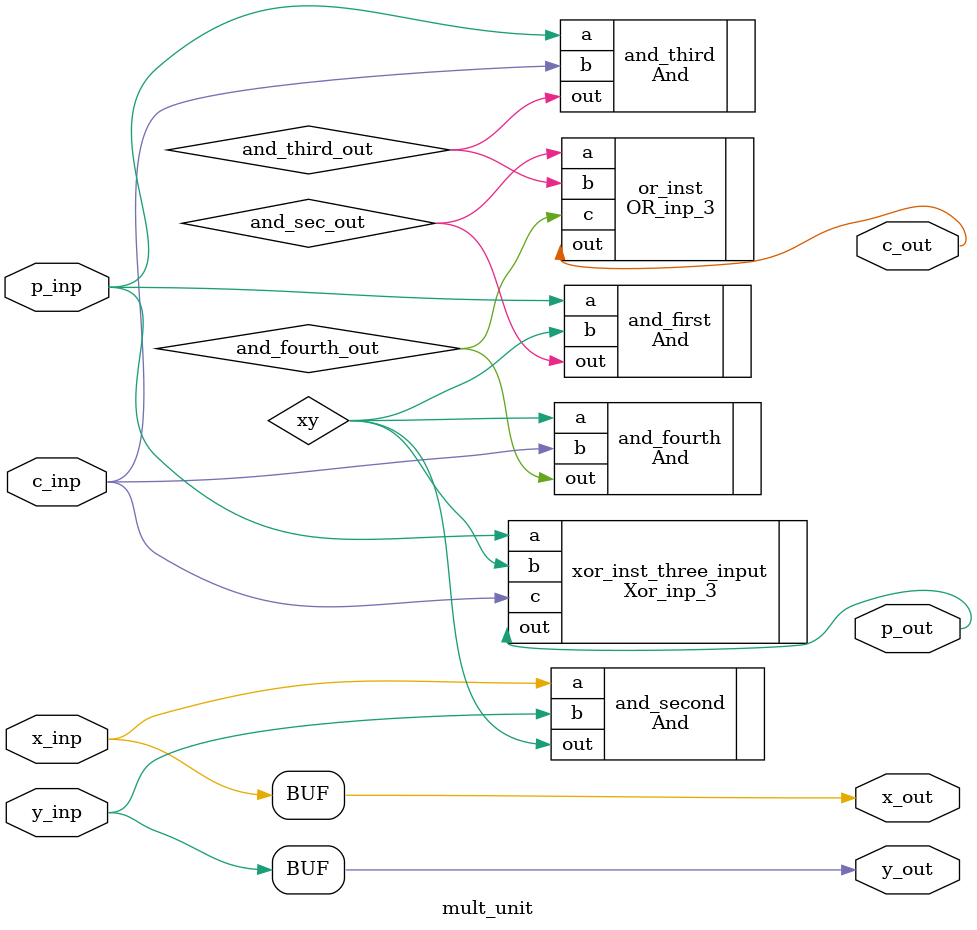
<source format=v>
module mult_unit(input x_inp, y_inp, p_inp, c_inp, output x_out, y_out, p_out, c_out);
    
    // assigns
    assign x_out = x_inp;
    assign y_out = y_inp;
    
    wire xy, and_sec_out, and_third_out, and_fourth_out, x_out_second;
    
    // logic of the unit
    And and_first(.a(p_inp), .b(xy), .out(and_sec_out));
    And and_second(.a(x_inp), .b(y_inp), .out(xy));
    And and_third(.a(p_inp), .b(c_inp), .out(and_third_out));
    And and_fourth(.a(xy), .b(c_inp), .out(and_fourth_out));
    OR_inp_3 or_inst(.a(and_sec_out) , .b(and_third_out), .c(and_fourth_out), .out(c_out));
    // Xor x_out_first(.a(p_inp), .b(xy), .out(x_out_second));
    // Xor x_outr_sec(.a(x_out_second), .b(c_inp), .out(p_out));
    Xor_inp_3 xor_inst_three_input(.a(p_inp), .b(xy), .c(c_inp), .out(p_out));

endmodule
</source>
